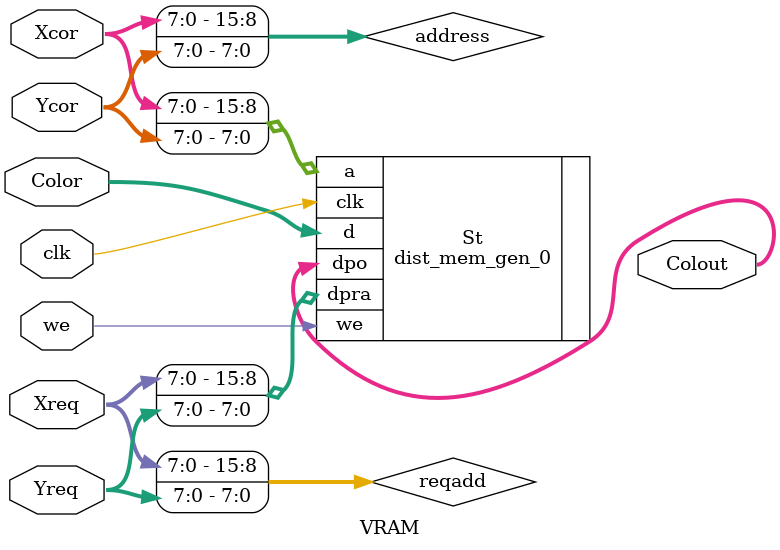
<source format=v>
`timescale 1ns / 1ps

`define ColorBUS 11:0
`define DirBUS   3:0
`define PenBUS   7:0

module VRAM(
        input [`PenBUS] Xcor,
        input [`PenBUS] Ycor,
        input [`ColorBUS] Color,
        input we,
        input clk,
        input [`PenBUS] Xreq,
        input [`PenBUS] Yreq,
        output [`ColorBUS] Colout
    );
    
    wire [15:0] address;
    assign address = {Xcor,Ycor};
    wire [15:0] reqadd;
    assign reqadd = {Xreq,Yreq};
    dist_mem_gen_0 St (.a(address),.d(Color),.dpra(reqadd),.clk(clk),.we(we),.dpo(Colout));
endmodule

</source>
